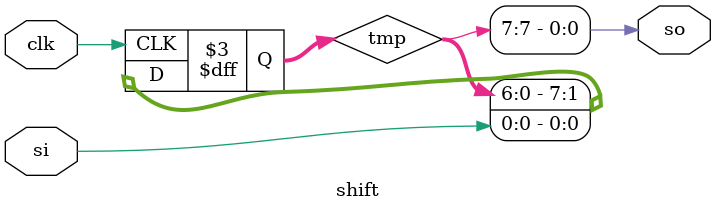
<source format=sv>
	module shift (clk, si, so);
	input bit       clk,si;
	output bit      so;
	bit    [7:0] tmp;
	always_ff @(posedge clk)
	begin
	   tmp    <= tmp << 1;
	   tmp[0] <= si;
	end
	   assign so = tmp[7];
        endmodule
</source>
